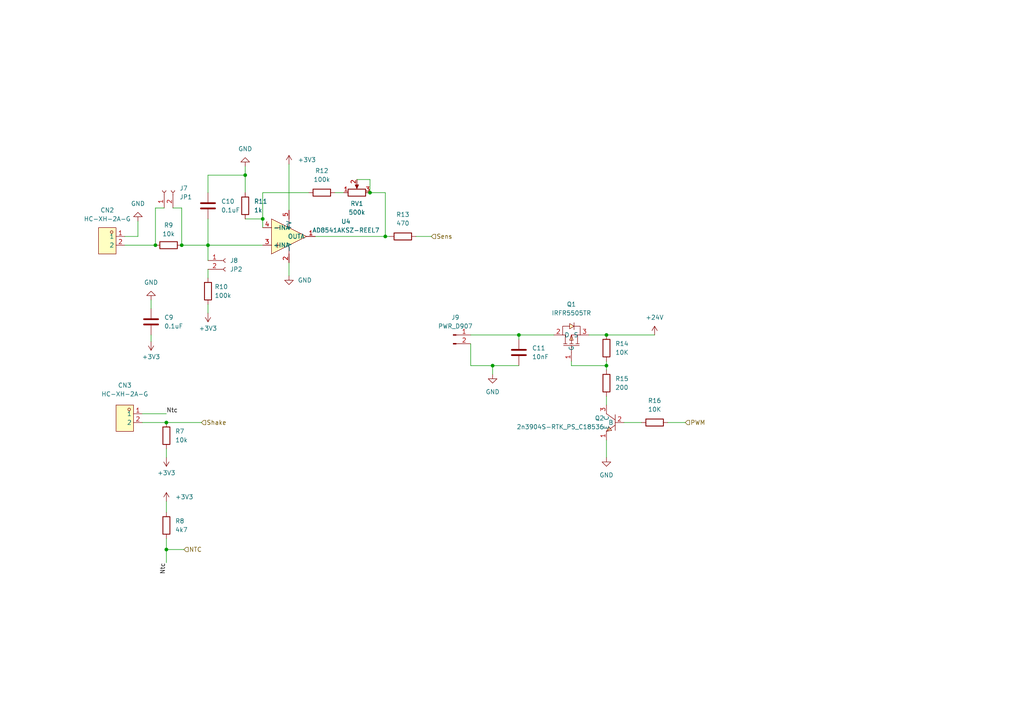
<source format=kicad_sch>
(kicad_sch (version 20230121) (generator eeschema)
  (paper "A4")
  (lib_symbols
    (symbol "Connector:Conn_01x02_Female" (pin_names (offset 1.016) hide)
      (property "Reference" "J" (at 0 2.54 0))
      (property "Value" "Conn_01x02_Female" (at 0 -5.08 0))
      (symbol "Conn_01x02_Female_1_1"
        (arc (start 0 -2.032) (mid -0.5058 -2.54) (end 0 -3.048) (stroke (width 0.1524)))
        (polyline (pts (xy -1.27 -2.54) (xy -0.508 -2.54)) (stroke (width 0.1524)))
        (polyline (pts (xy -1.27 0) (xy -0.508 0)) (stroke (width 0.1524)))
        (arc (start 0 0.508) (mid -0.5058 0) (end 0 -0.508) (stroke (width 0.1524)))
        (pin passive line (at -5.08 0 0) (length 3.81) (name "Pin_1") (number "1"))
        (pin passive line (at -5.08 -2.54 0) (length 3.81) (name "Pin_2") (number "2"))
      )
    )
    (symbol "Connector:Conn_01x02_Male" (pin_names (offset 1.016) hide)
      (property "Reference" "J" (at 0 2.54 0))
      (property "Value" "Conn_01x02_Male" (at 0 -5.08 0))
      (symbol "Conn_01x02_Male_1_1"
        (polyline (pts (xy 1.27 -2.54) (xy 0.8636 -2.54)) (stroke (width 0.1524)))
        (polyline (pts (xy 1.27 0) (xy 0.8636 0)) (stroke (width 0.1524)))
        (rectangle (start 0.8636 -2.413) (end 0 -2.667) (stroke (width 0.1524)) (fill (type outline)))
        (rectangle (start 0.8636 0.127) (end 0 -0.127) (stroke (width 0.1524)) (fill (type outline)))
        (pin passive line (at 5.08 0 180) (length 3.81) (name "Pin_1") (number "1"))
        (pin passive line (at 5.08 -2.54 180) (length 3.81) (name "Pin_2") (number "2"))
      )
    )
    (symbol "Device:C" (pin_numbers hide) (pin_names (offset 0.254))
      (property "Reference" "C" (at 0.635 2.54 0))
      (property "Value" "C" (at 0.635 -2.54 0))
      (symbol "C_0_1"
        (polyline (pts (xy -2.032 -0.762) (xy 2.032 -0.762)) (stroke (width 0.508)))
        (polyline (pts (xy -2.032 0.762) (xy 2.032 0.762)) (stroke (width 0.508)))
      )
      (symbol "C_1_1"
        (pin passive line (at 0 3.81 270) (length 2.794) (name "~") (number "1"))
        (pin passive line (at 0 -3.81 90) (length 2.794) (name "~") (number "2"))
      )
    )
    (symbol "Device:R" (pin_numbers hide) (pin_names (offset 0))
      (property "Reference" "R" (at 2.032 0 90))
      (property "Value" "R" (at 0 0 90))
      (symbol "R_0_1"
        (rectangle (start -1.016 -2.54) (end 1.016 2.54) (stroke (width 0.254)))
      )
      (symbol "R_1_1"
        (pin passive line (at 0 3.81 270) (length 1.27) (name "~") (number "1"))
        (pin passive line (at 0 -3.81 90) (length 1.27) (name "~") (number "2"))
      )
    )
    (symbol "Device:R_Potentiometer" (pin_names (offset 1.016) hide)
      (property "Reference" "RV" (at -4.445 0 90))
      (property "Value" "R_Potentiometer" (at -2.54 0 90))
      (symbol "R_Potentiometer_0_1"
        (polyline (pts (xy 2.54 0) (xy 1.524 0)))
        (polyline (pts (xy 1.143 0) (xy 2.286 0.508) (xy 2.286 -0.508) (xy 1.143 0)) (fill (type outline)))
        (rectangle (start 1.016 2.54) (end -1.016 -2.54) (stroke (width 0.254)))
      )
      (symbol "R_Potentiometer_1_1"
        (pin passive line (at 0 3.81 270) (length 1.27) (name "1") (number "1"))
        (pin passive line (at 3.81 0 180) (length 1.27) (name "2") (number "2"))
        (pin passive line (at 0 -3.81 90) (length 1.27) (name "3") (number "3"))
      )
    )
    (symbol "EasyEda:2n3904S-RTK_PS_C18536"
      (property "Reference" "Q" (at 0 10.16 0))
      (property "Value" "2n3904S-RTK/PS_C18536" (at 0 -10.16 0))
      (symbol "2n3904S-RTK_PS_C18536_0_1"
        (polyline (pts (xy 0 -0.76) (xy 2.54 -2.54)))
        (polyline (pts (xy 0 2.29) (xy 0 -2.29)))
        (polyline (pts (xy 2.54 2.54) (xy 0 0.76)))
        (polyline (pts (xy 2.54 -2.54) (xy 1.78 -1.27) (xy 1.02 -2.29) (xy 2.54 -2.54)) (fill (type background)))
        (pin input line (at 2.54 -5.08 90) (length 2.54) (name "E") (number "1"))
        (pin input line (at -2.54 0 0) (length 2.54) (name "B") (number "2"))
        (pin input line (at 2.54 5.08 270) (length 2.54) (name "C") (number "3"))
      )
    )
    (symbol "EasyEda:AD8541AKSZ-REEL7"
      (property "Reference" "U?" (at 0 12.7 0))
      (property "Value" "AD8541AKSZ-REEL7" (at 0 -12.7 0))
      (symbol "AD8541AKSZ-REEL7_0_1"
        (polyline (pts (xy -4.064 -2.54) (xy -2.54 -2.54)))
        (polyline (pts (xy -4.064 2.54) (xy -2.54 2.54)))
        (polyline (pts (xy -3.302 -1.778) (xy -3.302 -3.302)))
        (polyline (pts (xy 0 -2.54) (xy 0 -5.08)))
        (polyline (pts (xy 0 5.08) (xy 0 2.54)))
        (polyline (pts (xy -5.08 -5.08) (xy 5.08 0) (xy -5.08 5.08) (xy -5.08 -5.08)) (fill (type background)))
        (pin output line (at 7.62 0 180) (length 2.54) (name "OUTA") (number "1"))
        (pin unspecified line (at 0 -7.62 90) (length 2.54) (name "-V") (number "2"))
        (pin unspecified line (at -7.62 -2.54 0) (length 2.54) (name "+INA") (number "3"))
        (pin unspecified line (at -7.62 2.54 0) (length 2.54) (name "-INA") (number "4"))
        (pin unspecified line (at 0 7.62 270) (length 2.54) (name "+V") (number "5"))
      )
    )
    (symbol "EasyEda:HC-XH-2A-G"
      (property "Reference" "CN" (at 0 6.35 0))
      (property "Value" "HC-XH-2A-G" (at 0 -6.35 0))
      (symbol "HC-XH-2A-G_0_1"
        (rectangle (start -2.54 3.81) (end 2.54 -3.81) (fill (type background)))
        (circle (center -1.27 2.54) (radius 0.38))
        (pin unspecified line (at -5.08 1.27 0) (length 2.54) (name "1") (number "1"))
        (pin unspecified line (at -5.08 -1.27 0) (length 2.54) (name "2") (number "2"))
      )
    )
    (symbol "easyeda2kicad:IRFR5505TR"
      (property "Reference" "Q?" (at 0 10.16 0))
      (property "Value" "IRFR5505TR" (at 0 -10.16 0))
      (symbol "IRFR5505TR_0_1"
        (polyline (pts (xy -5.08 0) (xy -3.048 0)))
        (polyline (pts (xy -3.048 2.286) (xy -3.048 -2.286)))
        (polyline (pts (xy -2.54 -2.286) (xy -2.54 -1.27)))
        (polyline (pts (xy -2.54 -0.508) (xy -2.54 0.508)))
        (polyline (pts (xy -2.54 2.286) (xy -2.54 1.27)))
        (polyline (pts (xy 0 -1.778) (xy -2.54 -1.778)))
        (polyline (pts (xy 0 0) (xy -1.524 -0.508) (xy -1.524 0.508) (xy 0 0)) (fill (type background)))
        (polyline (pts (xy 2.54 -0.762) (xy 1.778 0.508) (xy 3.302 0.508) (xy 2.54 -0.762)) (fill (type background)))
        (polyline (pts (xy 3.556 -0.762) (xy 3.048 -0.762) (xy 2.032 -0.762) (xy 1.524 -0.762)))
        (polyline (pts (xy -2.54 0) (xy 0 0) (xy 0 -2.54) (xy 2.54 -2.54) (xy 2.54 -0.762)))
        (polyline (pts (xy -2.54 1.778) (xy 0 1.778) (xy 0 2.54) (xy 2.54 2.54) (xy 2.54 0.508)))
        (pin unspecified line (at -7.62 0 0) (length 2.54) (name "G") (number "1"))
        (pin unspecified line (at 0 5.08 270) (length 2.54) (name "D") (number "2"))
        (pin unspecified line (at 0 -5.08 90) (length 2.54) (name "S") (number "3"))
      )
    )
    (symbol "power:+24V" (power) (pin_names (offset 0))
      (property "Value" "+24V" (at 0 3.556 0))
      (symbol "+24V_0_1"
        (polyline (pts (xy -0.762 1.27) (xy 0 2.54)))
        (polyline (pts (xy 0 0) (xy 0 2.54)))
        (polyline (pts (xy 0 2.54) (xy 0.762 1.27)))
      )
      (symbol "+24V_1_1"
        (pin power_in line (at 0 0 90) (length 0) hide (name "+24V") (number "1"))
      )
    )
    (symbol "power:+3V3" (power) (pin_names (offset 0))
      (property "Value" "+3V3" (at 0 3.556 0))
      (symbol "+3V3_0_1"
        (polyline (pts (xy -0.762 1.27) (xy 0 2.54)))
        (polyline (pts (xy 0 0) (xy 0 2.54)))
        (polyline (pts (xy 0 2.54) (xy 0.762 1.27)))
      )
      (symbol "+3V3_1_1"
        (pin power_in line (at 0 0 90) (length 0) hide (name "+3V3") (number "1"))
      )
    )
    (symbol "power:GND" (power) (pin_names (offset 0))
      (property "Value" "GND" (at 0 -3.81 0))
      (symbol "GND_0_1"
        (polyline (pts (xy 0 0) (xy 0 -1.27) (xy 1.27 -1.27) (xy 0 -2.54) (xy -1.27 -1.27) (xy 0 -1.27)))
      )
      (symbol "GND_1_1"
        (pin power_in line (at 0 0 270) (length 0) hide (name "GND") (number "1"))
      )
    )
  )
  (junction (at 60.325 71.12))
  (junction (at 45.085 71.12))
  (junction (at 48.26 122.555))
  (junction (at 76.2 63.5))
  (junction (at 71.12 50.8))
  (junction (at 52.705 71.12))
  (junction (at 150.495 97.155))
  (junction (at 175.895 97.155))
  (junction (at 142.875 106.045))
  (junction (at 107.315 55.88))
  (junction (at 111.76 68.58))
  (junction (at 175.895 106.045))
  (junction (at 48.26 159.385))
  (wire (pts (xy 52.705 71.12) (xy 60.325 71.12)))
  (wire (pts (xy 60.325 63.5) (xy 60.325 71.12)))
  (wire (pts (xy 91.44 68.58) (xy 111.76 68.58)))
  (wire (pts (xy 43.815 86.995) (xy 43.815 89.535)))
  (wire (pts (xy 71.12 55.88) (xy 71.12 50.8)))
  (wire (pts (xy 89.535 55.88) (xy 76.2 55.88)))
  (wire (pts (xy 60.325 78.105) (xy 60.325 80.645)))
  (wire (pts (xy 48.26 156.21) (xy 48.26 159.385)))
  (wire (pts (xy 60.325 88.265) (xy 60.325 90.805)))
  (wire (pts (xy 175.895 106.045) (xy 175.895 107.315)))
  (wire (pts (xy 175.895 97.155) (xy 189.865 97.155)))
  (wire (pts (xy 136.525 106.045) (xy 142.875 106.045)))
  (wire (pts (xy 60.325 71.12) (xy 60.325 75.565)))
  (wire (pts (xy 136.525 99.695) (xy 136.525 106.045)))
  (wire (pts (xy 97.155 55.88) (xy 99.695 55.88)))
  (wire (pts (xy 48.26 130.175) (xy 48.26 132.715)))
  (wire (pts (xy 50.165 60.325) (xy 52.705 60.325)))
  (wire (pts (xy 175.895 114.935) (xy 175.895 117.475)))
  (wire (pts (xy 76.2 63.5) (xy 76.2 66.04)))
  (wire (pts (xy 107.315 55.88) (xy 111.76 55.88)))
  (wire (pts (xy 175.895 127.635) (xy 175.895 132.715)))
  (wire (pts (xy 48.26 122.555) (xy 58.42 122.555)))
  (wire (pts (xy 41.275 120.015) (xy 48.26 120.015)))
  (wire (pts (xy 71.12 50.8) (xy 71.12 48.26)))
  (wire (pts (xy 48.26 159.385) (xy 53.34 159.385)))
  (wire (pts (xy 60.325 55.88) (xy 60.325 50.8)))
  (wire (pts (xy 45.085 60.325) (xy 45.085 71.12)))
  (wire (pts (xy 193.675 122.555) (xy 198.755 122.555)))
  (wire (pts (xy 45.085 60.325) (xy 47.625 60.325)))
  (wire (pts (xy 136.525 97.155) (xy 150.495 97.155)))
  (wire (pts (xy 103.505 52.07) (xy 107.315 52.07)))
  (wire (pts (xy 48.26 159.385) (xy 48.26 163.195)))
  (wire (pts (xy 111.76 55.88) (xy 111.76 68.58)))
  (wire (pts (xy 180.975 122.555) (xy 186.055 122.555)))
  (wire (pts (xy 107.315 52.07) (xy 107.315 55.88)))
  (wire (pts (xy 150.495 97.155) (xy 160.655 97.155)))
  (wire (pts (xy 142.875 106.045) (xy 150.495 106.045)))
  (wire (pts (xy 71.12 63.5) (xy 76.2 63.5)))
  (wire (pts (xy 60.325 50.8) (xy 71.12 50.8)))
  (wire (pts (xy 52.705 60.325) (xy 52.705 71.12)))
  (wire (pts (xy 142.875 106.045) (xy 142.875 108.585)))
  (wire (pts (xy 36.195 71.12) (xy 45.085 71.12)))
  (wire (pts (xy 60.325 71.12) (xy 76.2 71.12)))
  (wire (pts (xy 41.275 122.555) (xy 48.26 122.555)))
  (wire (pts (xy 150.495 97.155) (xy 150.495 98.425)))
  (wire (pts (xy 76.2 55.88) (xy 76.2 63.5)))
  (wire (pts (xy 111.76 68.58) (xy 113.03 68.58)))
  (wire (pts (xy 170.815 97.155) (xy 175.895 97.155)))
  (wire (pts (xy 83.82 76.2) (xy 83.82 80.01)))
  (wire (pts (xy 43.815 97.155) (xy 43.815 99.06)))
  (wire (pts (xy 48.26 145.415) (xy 48.26 148.59)))
  (wire (pts (xy 165.735 104.775) (xy 165.735 106.045)))
  (wire (pts (xy 165.735 106.045) (xy 175.895 106.045)))
  (wire (pts (xy 36.195 68.58) (xy 40.005 68.58)))
  (wire (pts (xy 40.005 68.58) (xy 40.005 64.135)))
  (wire (pts (xy 120.65 68.58) (xy 125.095 68.58)))
  (wire (pts (xy 83.82 47.625) (xy 83.82 60.96)))
  (wire (pts (xy 175.895 106.045) (xy 175.895 104.775)))
  (label "Ntc" (at 48.26 120.015 0))
  (label "Ntc" (at 48.26 163.195 270))
  (hierarchical_label "Shake" (shape input) (at 58.42 122.555 0))
  (hierarchical_label "Sens" (shape input) (at 125.095 68.58 0))
  (hierarchical_label "PWM" (shape input) (at 198.755 122.555 0))
  (hierarchical_label "NTC" (shape input) (at 53.34 159.385 0))
  (symbol (lib_id "power:GND") (at 83.82 80.01 0) (unit 1)
    (property "Reference" "#PWR0101" (effects hide))
    (property "Value" "GND" (at 86.36 81.2799 0) (effects (justify left)))
  )
  (symbol (lib_id "Device:R") (at 48.26 126.365 180) (unit 1)
    (property "Reference" "R7" (at 50.8 125.0949 0) (effects (justify right)))
    (property "Value" "10k" (at 50.8 127.6349 0) (effects (justify right)))
    (property "Footprint" "Resistor_SMD:R_1206_3216Metric_Pad1.30x1.75mm_HandSolder" (effects hide))
  )
  (symbol (lib_id "power:GND") (at 142.875 108.585 0) (unit 1)
    (property "Reference" "#PWR025" (effects hide))
    (property "Value" "GND" (at 142.875 113.665 0))
  )
  (symbol (lib_id "easyeda2kicad:IRFR5505TR") (at 165.735 97.155 90) (unit 1)
    (property "Reference" "Q1" (at 165.735 88.265 90))
    (property "Value" "IRFR5505TR" (at 165.735 90.805 90))
    (property "Footprint" "easyeda2kicakd:TO-252-3_L6.5-W5.8-P4.58-BR" (effects hide))
    (property "Datasheet" "https://lcsc.com/product-detail/MOSFET_VBsemi-Elec-IRFR5505TR_C725084.html" (effects hide))
    (property "Manufacturer" "VBsemi Elec" (effects hide))
    (property "LCSC Part" "C725084" (effects hide))
    (property "JLC Part" "Extended Part" (effects hide))
  )
  (symbol (lib_id "Connector:Conn_01x02_Male") (at 131.445 97.155 0) (unit 1)
    (property "Reference" "J9" (at 132.08 92.075 0))
    (property "Value" "PWR_D907" (at 132.08 94.615 0))
    (property "Footprint" "TerminalBlock_Phoenix:TerminalBlock_Phoenix_MKDS-1,5-2_1x02_P5.00mm_Horizontal" (effects hide))
  )
  (symbol (lib_id "power:GND") (at 175.895 132.715 0) (unit 1)
    (property "Reference" "#PWR026" (effects hide))
    (property "Value" "GND" (at 175.895 137.795 0))
  )
  (symbol (lib_id "Device:R") (at 71.12 59.69 0) (unit 1)
    (property "Reference" "R11" (at 73.66 58.4199 0) (effects (justify left)))
    (property "Value" "1k" (at 73.66 60.9599 0) (effects (justify left)))
    (property "Footprint" "Resistor_SMD:R_1206_3216Metric_Pad1.30x1.75mm_HandSolder" (effects hide))
  )
  (symbol (lib_id "power:+3V3") (at 83.82 47.625 0) (unit 1)
    (property "Reference" "#PWR0102" (effects hide))
    (property "Value" "+3V3" (at 86.36 46.3549 0) (effects (justify left)))
  )
  (symbol (lib_id "power:+3V3") (at 43.815 99.06 180) (unit 1)
    (property "Reference" "#PWR020" (effects hide))
    (property "Value" "+3V3" (at 43.815 103.505 0))
  )
  (symbol (lib_id "Device:R_Potentiometer") (at 103.505 55.88 90) (unit 1)
    (property "Reference" "RV1" (at 103.505 59.055 90))
    (property "Value" "500k" (at 103.505 61.595 90))
    (property "Footprint" "Potentiometer_THT:Potentiometer_Bourns_3296W_Vertical" (effects hide))
  )
  (symbol (lib_id "Device:R") (at 93.345 55.88 90) (unit 1)
    (property "Reference" "R12" (at 93.345 49.53 90))
    (property "Value" "100k" (at 93.345 52.07 90))
    (property "Footprint" "Resistor_SMD:R_1206_3216Metric_Pad1.30x1.75mm_HandSolder" (effects hide))
  )
  (symbol (lib_id "Device:R") (at 48.26 152.4 180) (unit 1)
    (property "Reference" "R8" (at 50.8 151.1299 0) (effects (justify right)))
    (property "Value" "4k7" (at 50.8 153.6699 0) (effects (justify right)))
    (property "Footprint" "Resistor_SMD:R_1206_3216Metric_Pad1.30x1.75mm_HandSolder" (effects hide))
  )
  (symbol (lib_id "power:+3V3") (at 60.325 90.805 180) (unit 1)
    (property "Reference" "#PWR024" (effects hide))
    (property "Value" "+3V3" (at 60.325 95.25 0))
  )
  (symbol (lib_id "EasyEda:AD8541AKSZ-REEL7") (at 83.82 68.58 0) (unit 1)
    (property "Reference" "U4" (at 100.33 64.2493 0))
    (property "Value" "AD8541AKSZ-REEL7" (at 100.33 66.7893 0))
    (property "Footprint" "Package_TO_SOT_SMD:SOT-23-5" (effects hide))
    (property "Datasheet" "https://lcsc.com/product-detail/General-Purpose-Amplifiers_ADI_AD8541AKSZ-REEL7_AD8541AKSZ-REEL7_C143907.html" (effects hide))
    (property "Manufacturer" "ADI" (effects hide))
    (property "LCSC Part" "C143907" (effects hide))
    (property "JLC Part" "Extended Part" (effects hide))
  )
  (symbol (lib_id "EasyEda:2n3904S-RTK_PS_C18536") (at 178.435 122.555 0) (mirror y) (unit 1)
    (property "Reference" "Q2" (at 175.26 121.2849 0) (effects (justify left)))
    (property "Value" "2n3904S-RTK_PS_C18536" (at 175.26 123.8249 0) (effects (justify left)))
    (property "Footprint" "easyeda2kicad:SOT-23-3_L2.9-W1.3-P1.90-LS2.4-TR" (effects hide))
    (property "Datasheet" "https://lcsc.com/product-detail/Transistors-NPN-PNP_KEC_2n3904S-RTK-P_2n3904S-RTK-P_C18536.html" (effects hide))
    (property "Manufacturer" "KEC" (effects hide))
    (property "LCSC Part" "C18536" (effects hide))
    (property "JLC Part" "Extended Part" (effects hide))
  )
  (symbol (lib_id "power:GND") (at 71.12 48.26 180) (unit 1)
    (property "Reference" "#PWR023" (effects hide))
    (property "Value" "GND" (at 71.12 43.18 0))
  )
  (symbol (lib_id "power:GND") (at 40.005 64.135 180) (unit 1)
    (property "Reference" "#PWR018" (effects hide))
    (property "Value" "GND" (at 40.005 59.055 0))
  )
  (symbol (lib_id "power:+24V") (at 189.865 97.155 0) (unit 1)
    (property "Reference" "#PWR027" (effects hide))
    (property "Value" "+24V" (at 189.865 92.075 0))
  )
  (symbol (lib_id "Connector:Conn_01x02_Female") (at 47.625 55.245 90) (unit 1)
    (property "Reference" "J7" (at 52.07 54.6099 90) (effects (justify right)))
    (property "Value" "JP1" (at 52.07 57.1499 90) (effects (justify right)))
    (property "Footprint" "Connector_PinSocket_2.54mm:PinSocket_1x02_P2.54mm_Vertical" (effects hide))
  )
  (symbol (lib_id "power:GND") (at 43.815 86.995 180) (unit 1)
    (property "Reference" "#PWR019" (effects hide))
    (property "Value" "GND" (at 43.815 81.915 0))
  )
  (symbol (lib_id "Device:R") (at 60.325 84.455 180) (unit 1)
    (property "Reference" "R10" (at 62.23 83.1849 0) (effects (justify right)))
    (property "Value" "100k" (at 62.23 85.7249 0) (effects (justify right)))
    (property "Footprint" "Resistor_SMD:R_1206_3216Metric_Pad1.30x1.75mm_HandSolder" (effects hide))
  )
  (symbol (lib_id "power:+3V3") (at 48.26 145.415 0) (unit 1)
    (property "Reference" "#PWR022" (effects hide))
    (property "Value" "+3V3" (at 50.8 144.1449 0) (effects (justify left)))
  )
  (symbol (lib_id "Device:R") (at 189.865 122.555 270) (unit 1)
    (property "Reference" "R16" (at 189.865 116.205 90))
    (property "Value" "10K" (at 189.865 118.745 90))
    (property "Footprint" "Resistor_SMD:R_1206_3216Metric_Pad1.30x1.75mm_HandSolder" (effects hide))
  )
  (symbol (lib_id "power:+3V3") (at 48.26 132.715 180) (unit 1)
    (property "Reference" "#PWR021" (effects hide))
    (property "Value" "+3V3" (at 48.26 137.16 0))
  )
  (symbol (lib_id "Device:R") (at 48.895 71.12 90) (unit 1)
    (property "Reference" "R9" (at 48.895 65.3187 90))
    (property "Value" "10k" (at 48.895 67.8587 90))
    (property "Footprint" "Resistor_SMD:R_1206_3216Metric_Pad1.30x1.75mm_HandSolder" (effects hide))
  )
  (symbol (lib_id "Device:C") (at 43.815 93.345 0) (unit 1)
    (property "Reference" "C9" (at 47.625 92.0749 0) (effects (justify left)))
    (property "Value" "0.1uF" (at 47.625 94.6149 0) (effects (justify left)))
    (property "Footprint" "Capacitor_SMD:C_1206_3216Metric_Pad1.33x1.80mm_HandSolder" (effects hide))
  )
  (symbol (lib_id "Device:R") (at 175.895 100.965 180) (unit 1)
    (property "Reference" "R14" (at 178.435 99.6949 0) (effects (justify right)))
    (property "Value" "10K" (at 178.435 102.2349 0) (effects (justify right)))
    (property "Footprint" "Resistor_SMD:R_1206_3216Metric_Pad1.30x1.75mm_HandSolder" (effects hide))
  )
  (symbol (lib_id "EasyEda:HC-XH-2A-G") (at 31.115 69.85 0) (mirror y) (unit 1)
    (property "Reference" "CN2" (at 31.115 60.96 0))
    (property "Value" "HC-XH-2A-G" (at 31.115 63.5 0))
    (property "Footprint" "easyeda2kicad:CONN-TH_2P-P2.50_HC-XH-2A-G" (effects hide))
    (property "Manufacturer" "HCTL(华灿天禄)" (effects hide))
    (property "LCSC Part" "C5341201" (effects hide))
    (property "JLC Part" "Extended Part" (effects hide))
  )
  (symbol (lib_id "Connector:Conn_01x02_Female") (at 65.405 75.565 0) (unit 1)
    (property "Reference" "J8" (at 66.675 75.5649 0) (effects (justify left)))
    (property "Value" "JP2" (at 66.675 78.1049 0) (effects (justify left)))
    (property "Footprint" "Connector_PinSocket_2.54mm:PinSocket_1x02_P2.54mm_Vertical" (effects hide))
  )
  (symbol (lib_id "Device:C") (at 60.325 59.69 0) (unit 1)
    (property "Reference" "C10" (at 64.135 58.4199 0) (effects (justify left)))
    (property "Value" "0.1uF" (at 64.135 60.9599 0) (effects (justify left)))
    (property "Footprint" "Capacitor_SMD:C_1206_3216Metric_Pad1.33x1.80mm_HandSolder" (effects hide))
  )
  (symbol (lib_id "Device:R") (at 175.895 111.125 180) (unit 1)
    (property "Reference" "R15" (at 178.435 109.8549 0) (effects (justify right)))
    (property "Value" "200" (at 178.435 112.3949 0) (effects (justify right)))
    (property "Footprint" "Resistor_SMD:R_1206_3216Metric_Pad1.30x1.75mm_HandSolder" (effects hide))
  )
  (symbol (lib_id "Device:C") (at 150.495 102.235 180) (unit 1)
    (property "Reference" "C11" (at 154.305 100.9649 0) (effects (justify right)))
    (property "Value" "10nF" (at 154.305 103.5049 0) (effects (justify right)))
    (property "Footprint" "Capacitor_SMD:C_1206_3216Metric_Pad1.33x1.80mm_HandSolder" (effects hide))
  )
  (symbol (lib_id "EasyEda:HC-XH-2A-G") (at 36.195 121.285 0) (mirror y) (unit 1)
    (property "Reference" "CN3" (at 36.195 111.76 0))
    (property "Value" "HC-XH-2A-G" (at 36.195 114.3 0))
    (property "Footprint" "easyeda2kicad:CONN-TH_2P-P2.50_HC-XH-2A-G" (effects hide))
    (property "Manufacturer" "HCTL(华灿天禄)" (effects hide))
    (property "LCSC Part" "C5341201" (effects hide))
    (property "JLC Part" "Extended Part" (effects hide))
  )
  (symbol (lib_id "Device:R") (at 116.84 68.58 90) (unit 1)
    (property "Reference" "R13" (at 116.84 62.23 90))
    (property "Value" "470" (at 116.84 64.77 90))
    (property "Footprint" "Resistor_SMD:R_1206_3216Metric_Pad1.30x1.75mm_HandSolder" (effects hide))
  )
)
</source>
